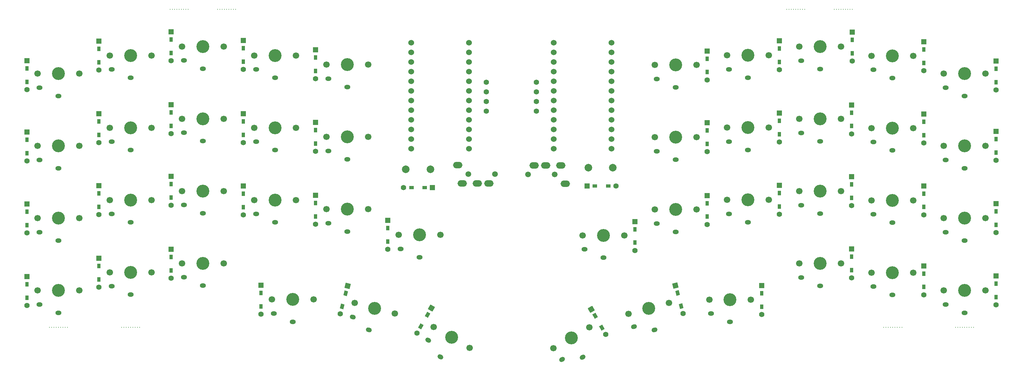
<source format=gbr>
G04 #@! TF.GenerationSoftware,KiCad,Pcbnew,7.0.10*
G04 #@! TF.CreationDate,2024-09-26T00:25:04+09:00*
G04 #@! TF.ProjectId,keyboard_denchi,6b657962-6f61-4726-945f-64656e636869,rev?*
G04 #@! TF.SameCoordinates,Original*
G04 #@! TF.FileFunction,Soldermask,Bot*
G04 #@! TF.FilePolarity,Negative*
%FSLAX46Y46*%
G04 Gerber Fmt 4.6, Leading zero omitted, Abs format (unit mm)*
G04 Created by KiCad (PCBNEW 7.0.10) date 2024-09-26 00:25:04*
%MOMM*%
%LPD*%
G01*
G04 APERTURE LIST*
G04 Aperture macros list*
%AMHorizOval*
0 Thick line with rounded ends*
0 $1 width*
0 $2 $3 position (X,Y) of the first rounded end (center of the circle)*
0 $4 $5 position (X,Y) of the second rounded end (center of the circle)*
0 Add line between two ends*
20,1,$1,$2,$3,$4,$5,0*
0 Add two circle primitives to create the rounded ends*
1,1,$1,$2,$3*
1,1,$1,$4,$5*%
%AMRotRect*
0 Rectangle, with rotation*
0 The origin of the aperture is its center*
0 $1 length*
0 $2 width*
0 $3 Rotation angle, in degrees counterclockwise*
0 Add horizontal line*
21,1,$1,$2,0,0,$3*%
G04 Aperture macros list end*
%ADD10C,0.300000*%
%ADD11O,1.600000X1.200000*%
%ADD12C,1.700000*%
%ADD13C,3.400000*%
%ADD14C,1.397000*%
%ADD15R,0.950000X1.300000*%
%ADD16R,1.397000X1.397000*%
%ADD17C,2.000000*%
%ADD18RotRect,1.300000X0.950000X285.000000*%
%ADD19RotRect,1.397000X1.397000X285.000000*%
%ADD20HorizOval,1.200000X0.193185X0.051764X-0.193185X-0.051764X0*%
%ADD21RotRect,1.300000X0.950000X300.000000*%
%ADD22RotRect,1.397000X1.397000X300.000000*%
%ADD23HorizOval,1.200000X0.173205X0.100000X-0.173205X-0.100000X0*%
%ADD24O,2.500000X1.700000*%
%ADD25C,1.500000*%
%ADD26R,1.300000X0.950000*%
%ADD27C,1.524000*%
%ADD28HorizOval,1.200000X0.173205X-0.100000X-0.173205X0.100000X0*%
%ADD29RotRect,1.397000X1.397000X255.000000*%
%ADD30RotRect,1.300000X0.950000X255.000000*%
%ADD31RotRect,1.397000X1.397000X240.000000*%
%ADD32RotRect,1.300000X0.950000X240.000000*%
%ADD33HorizOval,1.200000X0.193185X-0.051764X-0.193185X0.051764X0*%
G04 APERTURE END LIST*
D10*
X265468000Y-114674000D03*
X266061750Y-114674000D03*
X266655500Y-114674000D03*
X267249250Y-114674000D03*
X267843000Y-114674000D03*
X268436750Y-114674000D03*
X269030500Y-114674000D03*
X269624250Y-114674000D03*
X270218000Y-114674000D03*
X246545000Y-114674000D03*
X247138750Y-114674000D03*
X247732500Y-114674000D03*
X248326250Y-114674000D03*
X248920000Y-114674000D03*
X249513750Y-114674000D03*
X250107500Y-114674000D03*
X250701250Y-114674000D03*
X251295000Y-114674000D03*
X45504000Y-114674000D03*
X46097750Y-114674000D03*
X46691500Y-114674000D03*
X47285250Y-114674000D03*
X47879000Y-114674000D03*
X48472750Y-114674000D03*
X49066500Y-114674000D03*
X49660250Y-114674000D03*
X50254000Y-114674000D03*
X26454000Y-114674000D03*
X27047750Y-114674000D03*
X27641500Y-114674000D03*
X28235250Y-114674000D03*
X28829000Y-114674000D03*
X29422750Y-114674000D03*
X30016500Y-114674000D03*
X30610250Y-114674000D03*
X31204000Y-114674000D03*
X220973500Y-30854000D03*
X221567250Y-30854000D03*
X222161000Y-30854000D03*
X222754750Y-30854000D03*
X223348500Y-30854000D03*
X223942250Y-30854000D03*
X224536000Y-30854000D03*
X225129750Y-30854000D03*
X225723500Y-30854000D03*
X233464000Y-30854000D03*
X234057750Y-30854000D03*
X234651500Y-30854000D03*
X235245250Y-30854000D03*
X235839000Y-30854000D03*
X236432750Y-30854000D03*
X237026500Y-30854000D03*
X237620250Y-30854000D03*
X238214000Y-30854000D03*
X70818250Y-30854000D03*
X71412000Y-30854000D03*
X72005750Y-30854000D03*
X72599500Y-30854000D03*
X73193250Y-30854000D03*
X73787000Y-30854000D03*
X74380750Y-30854000D03*
X74974500Y-30854000D03*
X75568250Y-30854000D03*
X60702750Y-30854000D03*
X61296500Y-30854000D03*
X61890250Y-30854000D03*
X62484000Y-30854000D03*
X63077750Y-30854000D03*
X58921500Y-30854000D03*
X60109000Y-30854000D03*
X58327750Y-30854000D03*
X59515250Y-30854000D03*
D11*
X267843000Y-110800500D03*
X262843000Y-108600500D03*
D12*
X273343000Y-104900500D03*
D13*
X267843000Y-104900500D03*
D12*
X262343000Y-104900500D03*
D14*
X199952000Y-87501500D03*
D15*
X199952000Y-85466500D03*
X199952000Y-81916500D03*
D16*
X199952000Y-79881500D03*
D11*
X229743000Y-46538500D03*
X224743000Y-44338500D03*
D12*
X235243000Y-40638500D03*
D13*
X229743000Y-40638500D03*
D12*
X224243000Y-40638500D03*
D11*
X191643000Y-51364500D03*
X186643000Y-49164500D03*
D12*
X197143000Y-45464500D03*
D13*
X191643000Y-45464500D03*
D12*
X186143000Y-45464500D03*
D11*
X248793000Y-68001500D03*
X243793000Y-65801500D03*
D12*
X254293000Y-62101500D03*
D13*
X248793000Y-62101500D03*
D12*
X243293000Y-62101500D03*
D14*
X219002000Y-46734500D03*
D15*
X219002000Y-44699500D03*
X219002000Y-41149500D03*
D16*
X219002000Y-39114500D03*
D14*
X238052000Y-101598500D03*
D15*
X238052000Y-99563500D03*
X238052000Y-96013500D03*
D16*
X238052000Y-93978500D03*
D14*
X199952000Y-68324500D03*
D15*
X199952000Y-66289500D03*
X199952000Y-62739500D03*
D16*
X199952000Y-60704500D03*
D11*
X248793000Y-48951500D03*
X243793000Y-46751500D03*
D12*
X254293000Y-43051500D03*
D13*
X248793000Y-43051500D03*
D12*
X243293000Y-43051500D03*
D14*
X238052000Y-82548500D03*
D15*
X238052000Y-80513500D03*
X238052000Y-76963500D03*
D16*
X238052000Y-74928500D03*
D17*
X168581000Y-72515500D03*
X175081000Y-72515500D03*
D14*
X238052000Y-63625500D03*
D15*
X238052000Y-61590500D03*
X238052000Y-58040500D03*
D16*
X238052000Y-56005500D03*
D11*
X172593000Y-96290500D03*
X167593000Y-94090500D03*
D12*
X178093000Y-90390500D03*
D13*
X172593000Y-90390500D03*
D12*
X167093000Y-90390500D03*
D11*
X229743000Y-65588500D03*
X224743000Y-63388500D03*
D12*
X235243000Y-59688500D03*
D13*
X229743000Y-59688500D03*
D12*
X224243000Y-59688500D03*
D11*
X229743000Y-103688500D03*
X224743000Y-101488500D03*
D12*
X235243000Y-97788500D03*
D13*
X229743000Y-97788500D03*
D12*
X224243000Y-97788500D03*
D14*
X193572101Y-110993677D03*
D18*
X193045404Y-109028018D03*
X192126596Y-105598982D03*
D19*
X191599899Y-103633323D03*
D14*
X214303000Y-111250500D03*
D15*
X214303000Y-109215500D03*
X214303000Y-105665500D03*
D16*
X214303000Y-103630500D03*
D11*
X210693000Y-48824500D03*
X205693000Y-46624500D03*
D12*
X216193000Y-42924500D03*
D13*
X210693000Y-42924500D03*
D12*
X205193000Y-42924500D03*
D20*
X186062224Y-115316767D03*
X180663193Y-114485826D03*
D12*
X189847784Y-108194300D03*
D13*
X184535192Y-109617805D03*
D12*
X179222600Y-111041310D03*
D14*
X257102000Y-66038500D03*
D15*
X257102000Y-64003500D03*
X257102000Y-60453500D03*
D16*
X257102000Y-58418500D03*
D11*
X191643000Y-70414500D03*
X186643000Y-68214500D03*
D12*
X197143000Y-64514500D03*
D13*
X191643000Y-64514500D03*
D12*
X186143000Y-64514500D03*
D14*
X276152000Y-108710500D03*
D15*
X276152000Y-106675500D03*
X276152000Y-103125500D03*
D16*
X276152000Y-101090500D03*
D14*
X219002000Y-84834500D03*
D15*
X219002000Y-82799500D03*
X219002000Y-79249500D03*
D16*
X219002000Y-77214500D03*
D14*
X257102000Y-46988500D03*
D15*
X257102000Y-44953500D03*
X257102000Y-41403500D03*
D16*
X257102000Y-39368500D03*
D11*
X191643000Y-89464500D03*
X186643000Y-87264500D03*
D12*
X197143000Y-83564500D03*
D13*
X191643000Y-83564500D03*
D12*
X186143000Y-83564500D03*
D14*
X173155835Y-116455892D03*
D21*
X172138335Y-114693530D03*
X170363335Y-111619140D03*
D22*
X169345835Y-109856778D03*
D23*
X167091392Y-122525658D03*
X161661265Y-123120402D03*
D12*
X168904532Y-114666108D03*
D13*
X164141392Y-117416108D03*
D12*
X159378252Y-120166108D03*
D24*
X161330000Y-71967000D03*
X157330000Y-71967000D03*
X154330000Y-71967000D03*
X162530000Y-76767000D03*
D25*
X159730000Y-74367000D03*
X152730000Y-74367000D03*
D14*
X154940000Y-50003500D03*
X154940000Y-52543500D03*
X154940000Y-55083500D03*
X154940000Y-57623500D03*
X276152000Y-70610500D03*
D15*
X276152000Y-68575500D03*
X276152000Y-65025500D03*
D16*
X276152000Y-62990500D03*
D11*
X229743000Y-84638500D03*
X224743000Y-82438500D03*
D12*
X235243000Y-78738500D03*
D13*
X229743000Y-78738500D03*
D12*
X224243000Y-78738500D03*
D11*
X267843000Y-91750500D03*
X262843000Y-89550500D03*
D12*
X273343000Y-85850500D03*
D13*
X267843000Y-85850500D03*
D12*
X262343000Y-85850500D03*
D11*
X248793000Y-87051500D03*
X243793000Y-84851500D03*
D12*
X254293000Y-81151500D03*
D13*
X248793000Y-81151500D03*
D12*
X243293000Y-81151500D03*
D14*
X180902000Y-94359500D03*
D15*
X180902000Y-92324500D03*
X180902000Y-88774500D03*
D16*
X180902000Y-86739500D03*
D14*
X175895000Y-77341500D03*
D26*
X173860000Y-77341500D03*
X170310000Y-77341500D03*
D16*
X168275000Y-77341500D03*
D14*
X238179000Y-44448500D03*
D15*
X238179000Y-42413500D03*
X238179000Y-38863500D03*
D16*
X238179000Y-36828500D03*
D11*
X205994000Y-113213500D03*
X200994000Y-111013500D03*
D12*
X211494000Y-107313500D03*
D13*
X205994000Y-107313500D03*
D12*
X200494000Y-107313500D03*
D27*
X159512000Y-39622500D03*
X159512000Y-42162500D03*
X159512000Y-44702500D03*
X159512000Y-47242500D03*
X159512000Y-49782500D03*
X159512000Y-52322500D03*
X159512000Y-54862500D03*
X159512000Y-57402500D03*
X159512000Y-59942500D03*
X159512000Y-62482500D03*
X159512000Y-65022500D03*
X159512000Y-67562500D03*
X174752000Y-67562500D03*
X174752000Y-65022500D03*
X174752000Y-62482500D03*
X174752000Y-59942500D03*
X174752000Y-57402500D03*
X174752000Y-54862500D03*
X174752000Y-52322500D03*
X174752000Y-49782500D03*
X174752000Y-47242500D03*
X174752000Y-44702500D03*
X174752000Y-42162500D03*
X174752000Y-39622500D03*
D14*
X219002000Y-65784500D03*
D15*
X219002000Y-63749500D03*
X219002000Y-60199500D03*
D16*
X219002000Y-58164500D03*
D14*
X199952000Y-49401500D03*
D15*
X199952000Y-47366500D03*
X199952000Y-43816500D03*
D16*
X199952000Y-41781500D03*
D14*
X257102000Y-106043500D03*
D15*
X257102000Y-104008500D03*
X257102000Y-100458500D03*
D16*
X257102000Y-98423500D03*
D14*
X257102000Y-84961500D03*
D15*
X257102000Y-82926500D03*
X257102000Y-79376500D03*
D16*
X257102000Y-77341500D03*
D11*
X210693000Y-67874500D03*
X205693000Y-65674500D03*
D12*
X216193000Y-61974500D03*
D13*
X210693000Y-61974500D03*
D12*
X205193000Y-61974500D03*
D11*
X267843000Y-72700500D03*
X262843000Y-70500500D03*
D12*
X273343000Y-66800500D03*
D13*
X267843000Y-66800500D03*
D12*
X262343000Y-66800500D03*
D11*
X210693000Y-86924500D03*
X205693000Y-84724500D03*
D12*
X216193000Y-81024500D03*
D13*
X210693000Y-81024500D03*
D12*
X205193000Y-81024500D03*
D11*
X248793000Y-106101500D03*
X243793000Y-103901500D03*
D12*
X254293000Y-100201500D03*
D13*
X248793000Y-100201500D03*
D12*
X243293000Y-100201500D03*
D11*
X267843000Y-53656000D03*
X262843000Y-51456000D03*
D12*
X273343000Y-47756000D03*
D13*
X267843000Y-47756000D03*
D12*
X262343000Y-47756000D03*
D14*
X276152000Y-52068500D03*
D15*
X276152000Y-50033500D03*
X276152000Y-46483500D03*
D16*
X276152000Y-44448500D03*
D14*
X276152000Y-89660500D03*
D15*
X276152000Y-87625500D03*
X276152000Y-84075500D03*
D16*
X276152000Y-82040500D03*
X39497000Y-39178588D03*
D15*
X39497000Y-41213588D03*
X39497000Y-44763588D03*
D14*
X39497000Y-46798588D03*
D12*
X118579000Y-90290000D03*
D13*
X124079000Y-90290000D03*
D12*
X129579000Y-90290000D03*
D11*
X119079000Y-93990000D03*
X124079000Y-96190000D03*
D16*
X82296000Y-103567588D03*
D15*
X82296000Y-105602588D03*
X82296000Y-109152588D03*
D14*
X82296000Y-111187588D03*
D16*
X58547000Y-74865588D03*
D15*
X58547000Y-76900588D03*
X58547000Y-80450588D03*
D14*
X58547000Y-82485588D03*
D12*
X61429000Y-97753000D03*
D13*
X66929000Y-97753000D03*
D12*
X72429000Y-97753000D03*
D11*
X61929000Y-101453000D03*
X66929000Y-103653000D03*
D16*
X77597000Y-58355588D03*
D15*
X77597000Y-60390588D03*
X77597000Y-63940588D03*
D14*
X77597000Y-65975588D03*
D12*
X99529000Y-64414000D03*
D13*
X105029000Y-64414000D03*
D12*
X110529000Y-64414000D03*
D11*
X100029000Y-68114000D03*
X105029000Y-70314000D03*
D16*
X96647000Y-60641588D03*
D15*
X96647000Y-62676588D03*
X96647000Y-66226588D03*
D14*
X96647000Y-68261588D03*
D16*
X20547000Y-82104588D03*
D15*
X20547000Y-84139588D03*
X20547000Y-87689588D03*
D14*
X20547000Y-89724588D03*
D16*
X115697000Y-86422588D03*
D15*
X115697000Y-88457588D03*
X115697000Y-92007588D03*
D14*
X115697000Y-94042588D03*
D16*
X96647000Y-79818588D03*
D15*
X96647000Y-81853588D03*
X96647000Y-85403588D03*
D14*
X96647000Y-87438588D03*
D12*
X42379000Y-81082000D03*
D13*
X47879000Y-81082000D03*
D12*
X53379000Y-81082000D03*
D11*
X42879000Y-84782000D03*
X47879000Y-86982000D03*
D16*
X20547000Y-44385588D03*
D15*
X20547000Y-46420588D03*
X20547000Y-49970588D03*
D14*
X20547000Y-52005588D03*
D12*
X80479000Y-42982000D03*
D13*
X85979000Y-42982000D03*
D12*
X91479000Y-42982000D03*
D11*
X80979000Y-46682000D03*
X85979000Y-48882000D03*
D12*
X23329000Y-104895000D03*
D13*
X28829000Y-104895000D03*
D12*
X34329000Y-104895000D03*
D11*
X23829000Y-108595000D03*
X28829000Y-110795000D03*
D12*
X127767468Y-114533608D03*
D13*
X132530608Y-117283608D03*
D12*
X137293748Y-120033608D03*
D28*
X126350481Y-117987902D03*
X129580608Y-122393158D03*
D16*
X39497000Y-58355588D03*
D15*
X39497000Y-60390588D03*
X39497000Y-63940588D03*
D14*
X39497000Y-65975588D03*
D12*
X99529000Y-45364000D03*
D13*
X105029000Y-45364000D03*
D12*
X110529000Y-45364000D03*
D11*
X100029000Y-49064000D03*
X105029000Y-51264000D03*
D12*
X42379000Y-62032000D03*
D13*
X47879000Y-62032000D03*
D12*
X53379000Y-62032000D03*
D11*
X42879000Y-65732000D03*
X47879000Y-67932000D03*
D16*
X58547000Y-36765588D03*
D15*
X58547000Y-38800588D03*
X58547000Y-42350588D03*
D14*
X58547000Y-44385588D03*
D27*
X137160000Y-39617000D03*
X137160000Y-42157000D03*
X137160000Y-44697000D03*
X137160000Y-47237000D03*
X137160000Y-49777000D03*
X137160000Y-52317000D03*
X137160000Y-54857000D03*
X137160000Y-57397000D03*
X137160000Y-59937000D03*
X137160000Y-62477000D03*
X137160000Y-65017000D03*
X137160000Y-67557000D03*
X121920000Y-67557000D03*
X121920000Y-65017000D03*
X121920000Y-62477000D03*
X121920000Y-59937000D03*
X121920000Y-57397000D03*
X121920000Y-54857000D03*
X121920000Y-52317000D03*
X121920000Y-49777000D03*
X121920000Y-47237000D03*
X121920000Y-44697000D03*
X121920000Y-42157000D03*
X121920000Y-39617000D03*
D29*
X105126101Y-103697411D03*
D30*
X104599404Y-105663070D03*
X103680596Y-109092106D03*
D14*
X103153899Y-111057765D03*
D16*
X77597000Y-77405588D03*
D15*
X77597000Y-79440588D03*
X77597000Y-82990588D03*
D14*
X77597000Y-85025588D03*
D12*
X42379000Y-42982000D03*
D13*
X47879000Y-42982000D03*
D12*
X53379000Y-42982000D03*
D11*
X42879000Y-46682000D03*
X47879000Y-48882000D03*
D12*
X42379000Y-100132000D03*
D13*
X47879000Y-100132000D03*
D12*
X53379000Y-100132000D03*
D11*
X42879000Y-103832000D03*
X47879000Y-106032000D03*
D12*
X80479000Y-62032000D03*
D13*
X85979000Y-62032000D03*
D12*
X91479000Y-62032000D03*
D11*
X80979000Y-65732000D03*
X85979000Y-67932000D03*
D12*
X61429000Y-78703000D03*
D13*
X66929000Y-78703000D03*
D12*
X72429000Y-78703000D03*
D11*
X61929000Y-82403000D03*
X66929000Y-84603000D03*
D16*
X39497000Y-96455588D03*
D15*
X39497000Y-98490588D03*
X39497000Y-102040588D03*
D14*
X39497000Y-104075588D03*
D16*
X20547000Y-101281588D03*
D15*
X20547000Y-103316588D03*
X20547000Y-106866588D03*
D14*
X20547000Y-108901588D03*
D12*
X23329000Y-47745000D03*
D13*
X28829000Y-47745000D03*
D12*
X34329000Y-47745000D03*
D11*
X23829000Y-51445000D03*
X28829000Y-53645000D03*
D16*
X58547000Y-94042588D03*
D15*
X58547000Y-96077588D03*
X58547000Y-99627588D03*
D14*
X58547000Y-101662588D03*
D31*
X127253166Y-109539866D03*
D32*
X126235666Y-111302228D03*
X124460666Y-114376618D03*
D14*
X123443166Y-116138980D03*
D12*
X99529000Y-83464000D03*
D13*
X105029000Y-83464000D03*
D12*
X110529000Y-83464000D03*
D11*
X100029000Y-87164000D03*
X105029000Y-89364000D03*
D16*
X58547000Y-55942588D03*
D15*
X58547000Y-57977588D03*
X58547000Y-61527588D03*
D14*
X58547000Y-63562588D03*
X141732000Y-57618000D03*
X141732000Y-55078000D03*
X141732000Y-52538000D03*
X141732000Y-49998000D03*
D25*
X143942000Y-74288000D03*
X136942000Y-74288000D03*
D24*
X134142000Y-71888000D03*
X142342000Y-76688000D03*
X139342000Y-76688000D03*
X135342000Y-76688000D03*
D16*
X39497000Y-77278588D03*
D15*
X39497000Y-79313588D03*
X39497000Y-82863588D03*
D14*
X39497000Y-84898588D03*
D16*
X77597000Y-39051588D03*
D15*
X77597000Y-41086588D03*
X77597000Y-44636588D03*
D14*
X77597000Y-46671588D03*
D16*
X127511000Y-77844000D03*
D26*
X125476000Y-77844000D03*
X121926000Y-77844000D03*
D14*
X119891000Y-77844000D03*
D12*
X61429000Y-59653000D03*
D13*
X66929000Y-59653000D03*
D12*
X72429000Y-59653000D03*
D11*
X61929000Y-63353000D03*
X66929000Y-65553000D03*
D12*
X61429000Y-40603000D03*
D13*
X66929000Y-40603000D03*
D12*
X72429000Y-40603000D03*
D11*
X61929000Y-44303000D03*
X66929000Y-46503000D03*
D12*
X23329000Y-66795000D03*
D13*
X28829000Y-66795000D03*
D12*
X34329000Y-66795000D03*
D11*
X23829000Y-70495000D03*
X28829000Y-72695000D03*
D12*
X106951216Y-108188800D03*
D13*
X112263808Y-109612305D03*
D12*
X117576400Y-111035810D03*
D33*
X106476548Y-111892135D03*
X110736776Y-115311267D03*
D12*
X80479000Y-81082000D03*
D13*
X85979000Y-81082000D03*
D12*
X91479000Y-81082000D03*
D11*
X80979000Y-84782000D03*
X85979000Y-86982000D03*
D12*
X85163000Y-107293000D03*
D13*
X90663000Y-107293000D03*
D12*
X96163000Y-107293000D03*
D11*
X85663000Y-110993000D03*
X90663000Y-113193000D03*
D16*
X20547000Y-63181588D03*
D15*
X20547000Y-65216588D03*
X20547000Y-68766588D03*
D14*
X20547000Y-70801588D03*
D17*
X120448000Y-73018000D03*
X126948000Y-73018000D03*
D16*
X96647000Y-41464588D03*
D15*
X96647000Y-43499588D03*
X96647000Y-47049588D03*
D14*
X96647000Y-49084588D03*
D12*
X23329000Y-85845000D03*
D13*
X28829000Y-85845000D03*
D12*
X34329000Y-85845000D03*
D11*
X23829000Y-89545000D03*
X28829000Y-91745000D03*
M02*

</source>
